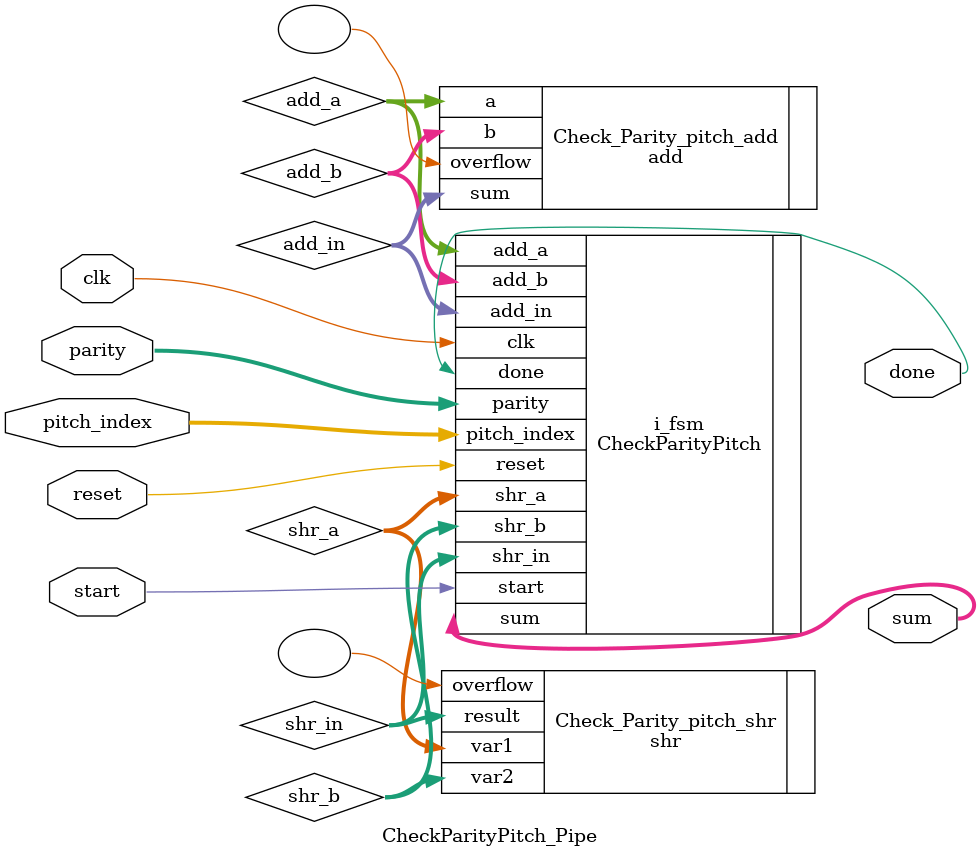
<source format=v>
`timescale 1ns / 1ps
module CheckParityPitch_Pipe(clk, start, reset, done, pitch_index, parity, sum);

   //inputs
	input clk;
	input reset;
	input start;
	
	input [15:0] pitch_index;
	input [15:0] parity;

	output done;
	output [15:0] sum;

	wire [15:0] add_a, add_b;
	wire [15:0] shr_a, shr_b;
	wire [15:0] add_in, shr_in;

	add Check_Parity_pitch_add(
	.a(add_a),
	.b(add_b),
	.overflow(),
	.sum(add_in));

	shr Check_Parity_pitch_shr(
	.var1(shr_a),
	.var2(shr_b),
	.overflow(),
	.result(shr_in));
	
	CheckParityPitch i_fsm(
	.clk(clk), 
	.start(start), 
	.reset(reset), 
	.done(done), 
	.pitch_index(pitch_index),
	.parity(parity),
	.sum(sum), 
	.add_a(add_a), 
	.add_b(add_b), 
	.add_in(add_in), 
	.shr_a(shr_a), 
	.shr_b(shr_b), 
	.shr_in(shr_in));

endmodule

</source>
